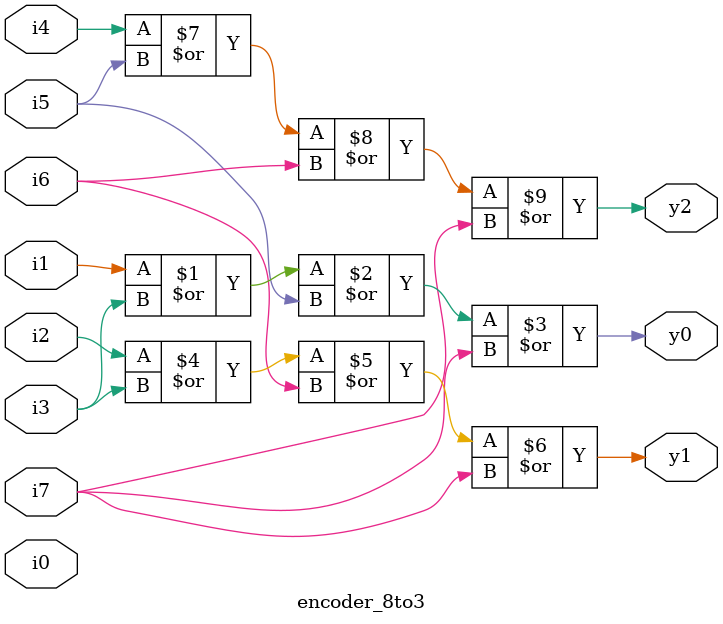
<source format=v>
`timescale 1ns / 1ps


module encoder_8to3(i0,i1,i2,i3,i4,i5,i6,i7,y0,y1,y2);
input i0,i1,i2,i3,i4,i5,i6,i7;
output y0,y1,y2;

or or01(y0,i1,i3,i5,i7);
or or02(y1,i2,i3,i6,i7);
or or03(y2,i4,i5,i6,i7);
endmodule

</source>
